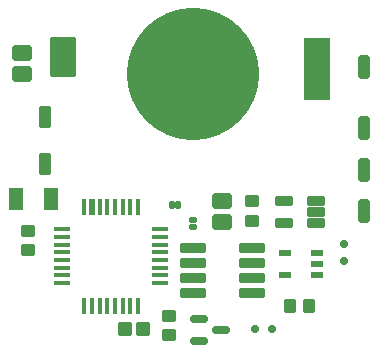
<source format=gbr>
%TF.GenerationSoftware,KiCad,Pcbnew,9.0.1*%
%TF.CreationDate,2025-06-29T08:21:18-07:00*%
%TF.ProjectId,Complete_Watch,436f6d70-6c65-4746-955f-57617463682e,rev?*%
%TF.SameCoordinates,Original*%
%TF.FileFunction,Soldermask,Bot*%
%TF.FilePolarity,Negative*%
%FSLAX46Y46*%
G04 Gerber Fmt 4.6, Leading zero omitted, Abs format (unit mm)*
G04 Created by KiCad (PCBNEW 9.0.1) date 2025-06-29 08:21:18*
%MOMM*%
%LPD*%
G01*
G04 APERTURE LIST*
G04 Aperture macros list*
%AMRoundRect*
0 Rectangle with rounded corners*
0 $1 Rounding radius*
0 $2 $3 $4 $5 $6 $7 $8 $9 X,Y pos of 4 corners*
0 Add a 4 corners polygon primitive as box body*
4,1,4,$2,$3,$4,$5,$6,$7,$8,$9,$2,$3,0*
0 Add four circle primitives for the rounded corners*
1,1,$1+$1,$2,$3*
1,1,$1+$1,$4,$5*
1,1,$1+$1,$6,$7*
1,1,$1+$1,$8,$9*
0 Add four rect primitives between the rounded corners*
20,1,$1+$1,$2,$3,$4,$5,0*
20,1,$1+$1,$4,$5,$6,$7,0*
20,1,$1+$1,$6,$7,$8,$9,0*
20,1,$1+$1,$8,$9,$2,$3,0*%
G04 Aperture macros list end*
%ADD10R,1.346200X0.400000*%
%ADD11R,0.400000X1.346200*%
%ADD12R,0.508000X1.346200*%
%ADD13RoundRect,0.150000X-0.350000X0.802500X-0.350000X-0.802500X0.350000X-0.802500X0.350000X0.802500X0*%
%ADD14RoundRect,0.150000X-0.587500X-0.150000X0.587500X-0.150000X0.587500X0.150000X-0.587500X0.150000X0*%
%ADD15RoundRect,0.150000X-0.150000X-0.200000X0.150000X-0.200000X0.150000X0.200000X-0.150000X0.200000X0*%
%ADD16RoundRect,0.102000X0.660400X0.279400X-0.660400X0.279400X-0.660400X-0.279400X0.660400X-0.279400X0*%
%ADD17RoundRect,0.150000X0.350000X0.850000X-0.350000X0.850000X-0.350000X-0.850000X0.350000X-0.850000X0*%
%ADD18RoundRect,0.144117X0.336272X0.855883X-0.336272X0.855883X-0.336272X-0.855883X0.336272X-0.855883X0*%
%ADD19RoundRect,0.102000X-0.445000X-0.465000X0.445000X-0.465000X0.445000X0.465000X-0.445000X0.465000X0*%
%ADD20C,11.204000*%
%ADD21RoundRect,0.102000X1.000000X2.550000X-1.000000X2.550000X-1.000000X-2.550000X1.000000X-2.550000X0*%
%ADD22RoundRect,0.102000X1.000000X1.550000X-1.000000X1.550000X-1.000000X-1.550000X1.000000X-1.550000X0*%
%ADD23RoundRect,0.102000X0.465000X-0.445000X0.465000X0.445000X-0.465000X0.445000X-0.465000X-0.445000X0*%
%ADD24RoundRect,0.102000X-0.465000X0.445000X-0.465000X-0.445000X0.465000X-0.445000X0.465000X0.445000X0*%
%ADD25RoundRect,0.102000X0.450000X0.485000X-0.450000X0.485000X-0.450000X-0.485000X0.450000X-0.485000X0*%
%ADD26RoundRect,0.102000X0.710000X-0.540000X0.710000X0.540000X-0.710000X0.540000X-0.710000X-0.540000X0*%
%ADD27RoundRect,0.102000X-0.710000X0.540000X-0.710000X-0.540000X0.710000X-0.540000X0.710000X0.540000X0*%
%ADD28RoundRect,0.133500X0.168500X-0.133500X0.168500X0.133500X-0.168500X0.133500X-0.168500X-0.133500X0*%
%ADD29RoundRect,0.146000X0.156000X-0.146000X0.156000X0.146000X-0.156000X0.146000X-0.156000X-0.146000X0*%
%ADD30RoundRect,0.102000X-0.485000X-0.865000X0.485000X-0.865000X0.485000X0.865000X-0.485000X0.865000X0*%
%ADD31RoundRect,0.099250X0.987750X0.297750X-0.987750X0.297750X-0.987750X-0.297750X0.987750X-0.297750X0*%
%ADD32RoundRect,0.150000X-0.200000X0.150000X-0.200000X-0.150000X0.200000X-0.150000X0.200000X0.150000X0*%
%ADD33R,0.977900X0.508000*%
%ADD34RoundRect,0.133500X-0.133500X-0.168500X0.133500X-0.168500X0.133500X0.168500X-0.133500X0.168500X0*%
%ADD35RoundRect,0.146000X-0.146000X-0.156000X0.146000X-0.156000X0.146000X0.156000X-0.146000X0.156000X0*%
G04 APERTURE END LIST*
D10*
%TO.C,U2*%
X223247500Y-93046201D03*
X223247500Y-93696199D03*
X223247500Y-94346201D03*
X223247500Y-94996199D03*
X223247500Y-95646201D03*
X223247500Y-96296199D03*
X223247500Y-96946201D03*
X223247500Y-97596199D03*
D11*
X221344199Y-99499500D03*
X220694201Y-99499500D03*
X220044199Y-99499500D03*
X219394201Y-99499500D03*
X218744199Y-99499500D03*
X218094201Y-99499500D03*
X217444199Y-99499500D03*
X216794201Y-99499500D03*
D10*
X214890900Y-97596199D03*
X214890900Y-96946201D03*
X214890900Y-96296199D03*
X214890900Y-95646201D03*
X214890900Y-94996199D03*
X214890900Y-94346201D03*
X214890900Y-93696199D03*
X214890900Y-93046201D03*
D11*
X216794201Y-91142900D03*
D12*
X217444199Y-91142900D03*
D11*
X218094201Y-91142900D03*
X218744199Y-91142900D03*
X219394201Y-91142900D03*
X220044199Y-91142900D03*
X220694201Y-91142900D03*
X221344199Y-91142900D03*
%TD*%
D13*
%TO.C,BB_B1*%
X213500000Y-87500000D03*
X213500000Y-83500000D03*
%TD*%
D14*
%TO.C,Q1*%
X226500000Y-102500000D03*
X226500000Y-100600000D03*
X228375001Y-101550000D03*
%TD*%
D15*
%TO.C,DB2*%
X232700000Y-101500000D03*
X231300000Y-101500000D03*
%TD*%
D16*
%TO.C,CHG1*%
X236440800Y-90620400D03*
X236440800Y-91560200D03*
X236440800Y-92500000D03*
X233697600Y-92500000D03*
X233697600Y-90620400D03*
%TD*%
D17*
%TO.C,POGO1*%
X240500000Y-84500000D03*
X240500000Y-88000000D03*
X240500000Y-91500000D03*
D18*
X240480389Y-79294519D03*
%TD*%
D19*
%TO.C,R4*%
X234186000Y-99500000D03*
X235814000Y-99500000D03*
%TD*%
D20*
%TO.C,BT1*%
X226000000Y-79900000D03*
D21*
X236500000Y-79450000D03*
D22*
X215000000Y-78450000D03*
%TD*%
D23*
%TO.C,R3*%
X224000000Y-102000000D03*
X224000000Y-100372000D03*
%TD*%
D24*
%TO.C,R2*%
X212000000Y-93186000D03*
X212000000Y-94814000D03*
%TD*%
D25*
%TO.C,R6*%
X221760000Y-101500000D03*
X220240000Y-101500000D03*
%TD*%
D26*
%TO.C,C1*%
X211500000Y-79895001D03*
X211500000Y-78104999D03*
%TD*%
D27*
%TO.C,C2*%
X228500000Y-90604999D03*
X228500000Y-92395001D03*
%TD*%
D28*
%TO.C,R8*%
X226000000Y-92805001D03*
D29*
X226000000Y-92220000D03*
%TD*%
D30*
%TO.C,R5*%
X211020000Y-90500000D03*
X213980000Y-90500000D03*
%TD*%
D31*
%TO.C,U3*%
X230975000Y-94595000D03*
X230975000Y-95865000D03*
X230975000Y-97135000D03*
X230975000Y-98405000D03*
X226025000Y-98405000D03*
X226025000Y-97135000D03*
X226025000Y-95865000D03*
X226025000Y-94595000D03*
%TD*%
D32*
%TO.C,DB1*%
X238756800Y-95700000D03*
X238756800Y-94300000D03*
%TD*%
D33*
%TO.C,U1*%
X236500050Y-95049999D03*
X236500050Y-96000000D03*
X236500050Y-96950001D03*
X233769550Y-96950001D03*
X233769550Y-95049999D03*
%TD*%
D34*
%TO.C,R7*%
X224194999Y-91000000D03*
D35*
X224780000Y-91000000D03*
%TD*%
D24*
%TO.C,R1*%
X231000000Y-90686000D03*
X231000000Y-92314000D03*
%TD*%
M02*

</source>
